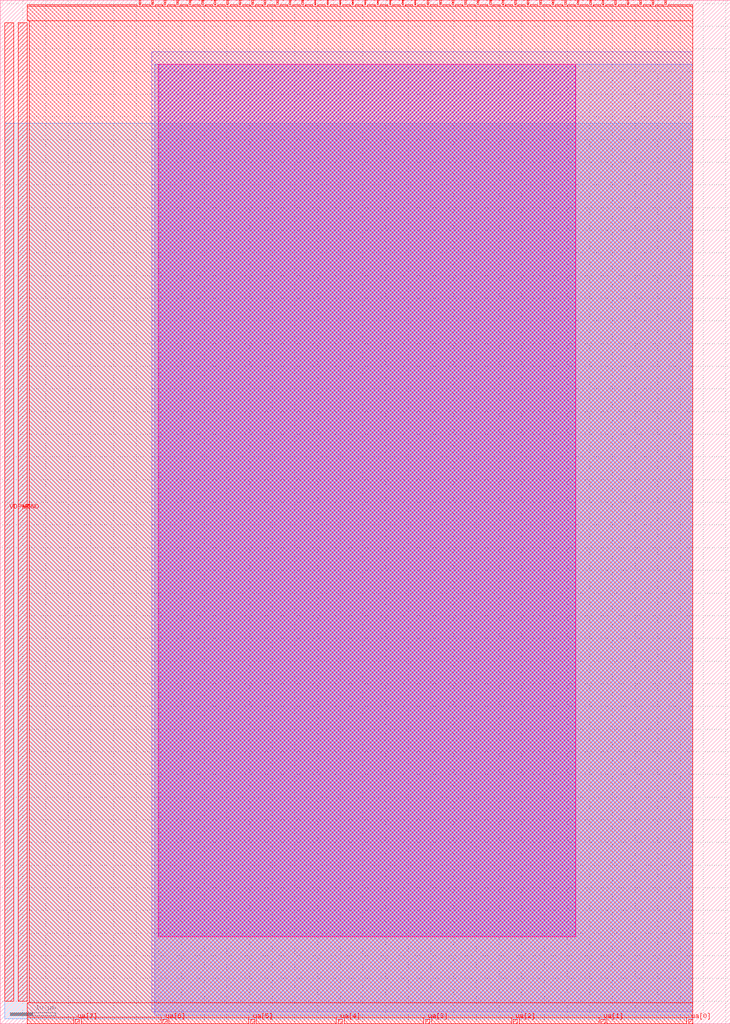
<source format=lef>
VERSION 5.7 ;
  NOWIREEXTENSIONATPIN ON ;
  DIVIDERCHAR "/" ;
  BUSBITCHARS "[]" ;
MACRO tt_um_13hihi31_tdc
  CLASS BLOCK ;
  FOREIGN tt_um_13hihi31_tdc ;
  ORIGIN 0.000 0.000 ;
  SIZE 161.000 BY 225.760 ;
  PIN clk
    DIRECTION INPUT ;
    USE SIGNAL ;
    PORT
      LAYER met4 ;
        RECT 143.830 224.760 144.130 225.760 ;
    END
  END clk
  PIN ena
    DIRECTION INPUT ;
    USE SIGNAL ;
    PORT
      LAYER met4 ;
        RECT 146.590 224.760 146.890 225.760 ;
    END
  END ena
  PIN rst_n
    DIRECTION INPUT ;
    USE SIGNAL ;
    PORT
      LAYER met4 ;
        RECT 141.070 224.760 141.370 225.760 ;
    END
  END rst_n
  PIN ua[0]
    DIRECTION INOUT ;
    USE SIGNAL ;
    ANTENNAGATEAREA 32.700001 ;
    PORT
      LAYER met4 ;
        RECT 151.810 0.000 152.710 1.000 ;
    END
  END ua[0]
  PIN ua[1]
    DIRECTION INOUT ;
    USE SIGNAL ;
    ANTENNADIFFAREA 42.639999 ;
    PORT
      LAYER met4 ;
        RECT 132.490 0.000 133.390 1.000 ;
    END
  END ua[1]
  PIN ua[2]
    DIRECTION INOUT ;
    USE SIGNAL ;
    PORT
      LAYER met4 ;
        RECT 113.170 0.000 114.070 1.000 ;
    END
  END ua[2]
  PIN ua[3]
    DIRECTION INOUT ;
    USE SIGNAL ;
    PORT
      LAYER met4 ;
        RECT 93.850 0.000 94.750 1.000 ;
    END
  END ua[3]
  PIN ua[4]
    DIRECTION INOUT ;
    USE SIGNAL ;
    PORT
      LAYER met4 ;
        RECT 74.530 0.000 75.430 1.000 ;
    END
  END ua[4]
  PIN ua[5]
    DIRECTION INOUT ;
    USE SIGNAL ;
    PORT
      LAYER met4 ;
        RECT 55.210 0.000 56.110 1.000 ;
    END
  END ua[5]
  PIN ua[6]
    DIRECTION INOUT ;
    USE SIGNAL ;
    PORT
      LAYER met4 ;
        RECT 35.890 0.000 36.790 1.000 ;
    END
  END ua[6]
  PIN ua[7]
    DIRECTION INOUT ;
    USE SIGNAL ;
    PORT
      LAYER met4 ;
        RECT 16.570 0.000 17.470 1.000 ;
    END
  END ua[7]
  PIN ui_in[0]
    DIRECTION INPUT ;
    USE SIGNAL ;
    PORT
      LAYER met4 ;
        RECT 138.310 224.760 138.610 225.760 ;
    END
  END ui_in[0]
  PIN ui_in[1]
    DIRECTION INPUT ;
    USE SIGNAL ;
    PORT
      LAYER met4 ;
        RECT 135.550 224.760 135.850 225.760 ;
    END
  END ui_in[1]
  PIN ui_in[2]
    DIRECTION INPUT ;
    USE SIGNAL ;
    PORT
      LAYER met4 ;
        RECT 132.790 224.760 133.090 225.760 ;
    END
  END ui_in[2]
  PIN ui_in[3]
    DIRECTION INPUT ;
    USE SIGNAL ;
    PORT
      LAYER met4 ;
        RECT 130.030 224.760 130.330 225.760 ;
    END
  END ui_in[3]
  PIN ui_in[4]
    DIRECTION INPUT ;
    USE SIGNAL ;
    PORT
      LAYER met4 ;
        RECT 127.270 224.760 127.570 225.760 ;
    END
  END ui_in[4]
  PIN ui_in[5]
    DIRECTION INPUT ;
    USE SIGNAL ;
    PORT
      LAYER met4 ;
        RECT 124.510 224.760 124.810 225.760 ;
    END
  END ui_in[5]
  PIN ui_in[6]
    DIRECTION INPUT ;
    USE SIGNAL ;
    PORT
      LAYER met4 ;
        RECT 121.750 224.760 122.050 225.760 ;
    END
  END ui_in[6]
  PIN ui_in[7]
    DIRECTION INPUT ;
    USE SIGNAL ;
    PORT
      LAYER met4 ;
        RECT 118.990 224.760 119.290 225.760 ;
    END
  END ui_in[7]
  PIN uio_in[0]
    DIRECTION INPUT ;
    USE SIGNAL ;
    PORT
      LAYER met4 ;
        RECT 116.230 224.760 116.530 225.760 ;
    END
  END uio_in[0]
  PIN uio_in[1]
    DIRECTION INPUT ;
    USE SIGNAL ;
    PORT
      LAYER met4 ;
        RECT 113.470 224.760 113.770 225.760 ;
    END
  END uio_in[1]
  PIN uio_in[2]
    DIRECTION INPUT ;
    USE SIGNAL ;
    PORT
      LAYER met4 ;
        RECT 110.710 224.760 111.010 225.760 ;
    END
  END uio_in[2]
  PIN uio_in[3]
    DIRECTION INPUT ;
    USE SIGNAL ;
    PORT
      LAYER met4 ;
        RECT 107.950 224.760 108.250 225.760 ;
    END
  END uio_in[3]
  PIN uio_in[4]
    DIRECTION INPUT ;
    USE SIGNAL ;
    PORT
      LAYER met4 ;
        RECT 105.190 224.760 105.490 225.760 ;
    END
  END uio_in[4]
  PIN uio_in[5]
    DIRECTION INPUT ;
    USE SIGNAL ;
    PORT
      LAYER met4 ;
        RECT 102.430 224.760 102.730 225.760 ;
    END
  END uio_in[5]
  PIN uio_in[6]
    DIRECTION INPUT ;
    USE SIGNAL ;
    PORT
      LAYER met4 ;
        RECT 99.670 224.760 99.970 225.760 ;
    END
  END uio_in[6]
  PIN uio_in[7]
    DIRECTION INPUT ;
    USE SIGNAL ;
    PORT
      LAYER met4 ;
        RECT 96.910 224.760 97.210 225.760 ;
    END
  END uio_in[7]
  PIN uio_oe[0]
    DIRECTION OUTPUT ;
    USE SIGNAL ;
    PORT
      LAYER met4 ;
        RECT 49.990 224.760 50.290 225.760 ;
    END
  END uio_oe[0]
  PIN uio_oe[1]
    DIRECTION OUTPUT ;
    USE SIGNAL ;
    PORT
      LAYER met4 ;
        RECT 47.230 224.760 47.530 225.760 ;
    END
  END uio_oe[1]
  PIN uio_oe[2]
    DIRECTION OUTPUT ;
    USE SIGNAL ;
    PORT
      LAYER met4 ;
        RECT 44.470 224.760 44.770 225.760 ;
    END
  END uio_oe[2]
  PIN uio_oe[3]
    DIRECTION OUTPUT ;
    USE SIGNAL ;
    PORT
      LAYER met4 ;
        RECT 41.710 224.760 42.010 225.760 ;
    END
  END uio_oe[3]
  PIN uio_oe[4]
    DIRECTION OUTPUT ;
    USE SIGNAL ;
    PORT
      LAYER met4 ;
        RECT 38.950 224.760 39.250 225.760 ;
    END
  END uio_oe[4]
  PIN uio_oe[5]
    DIRECTION OUTPUT ;
    USE SIGNAL ;
    PORT
      LAYER met4 ;
        RECT 36.190 224.760 36.490 225.760 ;
    END
  END uio_oe[5]
  PIN uio_oe[6]
    DIRECTION OUTPUT ;
    USE SIGNAL ;
    PORT
      LAYER met4 ;
        RECT 33.430 224.760 33.730 225.760 ;
    END
  END uio_oe[6]
  PIN uio_oe[7]
    DIRECTION OUTPUT ;
    USE SIGNAL ;
    PORT
      LAYER met4 ;
        RECT 30.670 224.760 30.970 225.760 ;
    END
  END uio_oe[7]
  PIN uio_out[0]
    DIRECTION OUTPUT ;
    USE SIGNAL ;
    PORT
      LAYER met4 ;
        RECT 72.070 224.760 72.370 225.760 ;
    END
  END uio_out[0]
  PIN uio_out[1]
    DIRECTION OUTPUT ;
    USE SIGNAL ;
    PORT
      LAYER met4 ;
        RECT 69.310 224.760 69.610 225.760 ;
    END
  END uio_out[1]
  PIN uio_out[2]
    DIRECTION OUTPUT ;
    USE SIGNAL ;
    PORT
      LAYER met4 ;
        RECT 66.550 224.760 66.850 225.760 ;
    END
  END uio_out[2]
  PIN uio_out[3]
    DIRECTION OUTPUT ;
    USE SIGNAL ;
    PORT
      LAYER met4 ;
        RECT 63.790 224.760 64.090 225.760 ;
    END
  END uio_out[3]
  PIN uio_out[4]
    DIRECTION OUTPUT ;
    USE SIGNAL ;
    PORT
      LAYER met4 ;
        RECT 61.030 224.760 61.330 225.760 ;
    END
  END uio_out[4]
  PIN uio_out[5]
    DIRECTION OUTPUT ;
    USE SIGNAL ;
    PORT
      LAYER met4 ;
        RECT 58.270 224.760 58.570 225.760 ;
    END
  END uio_out[5]
  PIN uio_out[6]
    DIRECTION OUTPUT ;
    USE SIGNAL ;
    PORT
      LAYER met4 ;
        RECT 55.510 224.760 55.810 225.760 ;
    END
  END uio_out[6]
  PIN uio_out[7]
    DIRECTION OUTPUT ;
    USE SIGNAL ;
    PORT
      LAYER met4 ;
        RECT 52.750 224.760 53.050 225.760 ;
    END
  END uio_out[7]
  PIN uo_out[0]
    DIRECTION OUTPUT ;
    USE SIGNAL ;
    ANTENNAGATEAREA 0.600000 ;
    ANTENNADIFFAREA 1.160000 ;
    PORT
      LAYER met4 ;
        RECT 94.150 224.760 94.450 225.760 ;
    END
  END uo_out[0]
  PIN uo_out[1]
    DIRECTION OUTPUT ;
    USE SIGNAL ;
    ANTENNAGATEAREA 0.600000 ;
    ANTENNADIFFAREA 1.160000 ;
    PORT
      LAYER met4 ;
        RECT 91.390 224.760 91.690 225.760 ;
    END
  END uo_out[1]
  PIN uo_out[2]
    DIRECTION OUTPUT ;
    USE SIGNAL ;
    ANTENNAGATEAREA 0.600000 ;
    ANTENNADIFFAREA 1.160000 ;
    PORT
      LAYER met4 ;
        RECT 88.630 224.760 88.930 225.760 ;
    END
  END uo_out[2]
  PIN uo_out[3]
    DIRECTION OUTPUT ;
    USE SIGNAL ;
    ANTENNAGATEAREA 0.600000 ;
    ANTENNADIFFAREA 1.160000 ;
    PORT
      LAYER met4 ;
        RECT 85.870 224.760 86.170 225.760 ;
    END
  END uo_out[3]
  PIN uo_out[4]
    DIRECTION OUTPUT ;
    USE SIGNAL ;
    ANTENNAGATEAREA 0.600000 ;
    ANTENNADIFFAREA 1.160000 ;
    PORT
      LAYER met4 ;
        RECT 83.110 224.760 83.410 225.760 ;
    END
  END uo_out[4]
  PIN uo_out[5]
    DIRECTION OUTPUT ;
    USE SIGNAL ;
    ANTENNAGATEAREA 0.600000 ;
    ANTENNADIFFAREA 1.160000 ;
    PORT
      LAYER met4 ;
        RECT 80.350 224.760 80.650 225.760 ;
    END
  END uo_out[5]
  PIN uo_out[6]
    DIRECTION OUTPUT ;
    USE SIGNAL ;
    ANTENNAGATEAREA 0.600000 ;
    ANTENNADIFFAREA 1.160000 ;
    PORT
      LAYER met4 ;
        RECT 77.590 224.760 77.890 225.760 ;
    END
  END uo_out[6]
  PIN uo_out[7]
    DIRECTION OUTPUT ;
    USE SIGNAL ;
    ANTENNAGATEAREA 0.600000 ;
    ANTENNADIFFAREA 1.160000 ;
    PORT
      LAYER met4 ;
        RECT 74.830 224.760 75.130 225.760 ;
    END
  END uo_out[7]
  PIN VDPWR
    DIRECTION INOUT ;
    USE POWER ;
    PORT
      LAYER met4 ;
        RECT 1.000 5.000 3.000 220.760 ;
    END
  END VDPWR
  PIN VGND
    DIRECTION INOUT ;
    USE GROUND ;
    PORT
      LAYER met4 ;
        RECT 4.000 5.000 6.000 220.760 ;
    END
  END VGND
  OBS
      LAYER nwell ;
        RECT 34.860 19.235 126.945 211.650 ;
      LAYER li1 ;
        RECT 35.040 19.410 126.765 211.650 ;
      LAYER met1 ;
        RECT 33.360 2.650 152.700 214.360 ;
      LAYER met2 ;
        RECT 34.110 1.900 152.700 211.650 ;
      LAYER met3 ;
        RECT 1.000 1.150 152.700 198.610 ;
      LAYER met4 ;
        RECT 6.000 224.360 30.270 224.760 ;
        RECT 31.370 224.360 33.030 224.760 ;
        RECT 34.130 224.360 35.790 224.760 ;
        RECT 36.890 224.360 38.550 224.760 ;
        RECT 39.650 224.360 41.310 224.760 ;
        RECT 42.410 224.360 44.070 224.760 ;
        RECT 45.170 224.360 46.830 224.760 ;
        RECT 47.930 224.360 49.590 224.760 ;
        RECT 50.690 224.360 52.350 224.760 ;
        RECT 53.450 224.360 55.110 224.760 ;
        RECT 56.210 224.360 57.870 224.760 ;
        RECT 58.970 224.360 60.630 224.760 ;
        RECT 61.730 224.360 63.390 224.760 ;
        RECT 64.490 224.360 66.150 224.760 ;
        RECT 67.250 224.360 68.910 224.760 ;
        RECT 70.010 224.360 71.670 224.760 ;
        RECT 72.770 224.360 74.430 224.760 ;
        RECT 75.530 224.360 77.190 224.760 ;
        RECT 78.290 224.360 79.950 224.760 ;
        RECT 81.050 224.360 82.710 224.760 ;
        RECT 83.810 224.360 85.470 224.760 ;
        RECT 86.570 224.360 88.230 224.760 ;
        RECT 89.330 224.360 90.990 224.760 ;
        RECT 92.090 224.360 93.750 224.760 ;
        RECT 94.850 224.360 96.510 224.760 ;
        RECT 97.610 224.360 99.270 224.760 ;
        RECT 100.370 224.360 102.030 224.760 ;
        RECT 103.130 224.360 104.790 224.760 ;
        RECT 105.890 224.360 107.550 224.760 ;
        RECT 108.650 224.360 110.310 224.760 ;
        RECT 111.410 224.360 113.070 224.760 ;
        RECT 114.170 224.360 115.830 224.760 ;
        RECT 116.930 224.360 118.590 224.760 ;
        RECT 119.690 224.360 121.350 224.760 ;
        RECT 122.450 224.360 124.110 224.760 ;
        RECT 125.210 224.360 126.870 224.760 ;
        RECT 127.970 224.360 129.630 224.760 ;
        RECT 130.730 224.360 132.390 224.760 ;
        RECT 133.490 224.360 135.150 224.760 ;
        RECT 136.250 224.360 137.910 224.760 ;
        RECT 139.010 224.360 140.670 224.760 ;
        RECT 141.770 224.360 143.430 224.760 ;
        RECT 144.530 224.360 146.190 224.760 ;
        RECT 147.290 224.360 152.730 224.760 ;
        RECT 6.000 221.160 152.730 224.360 ;
        RECT 6.400 4.600 152.730 221.160 ;
        RECT 6.000 1.400 152.730 4.600 ;
        RECT 6.000 0.000 16.170 1.400 ;
        RECT 17.870 0.000 35.490 1.400 ;
        RECT 37.190 0.000 54.810 1.400 ;
        RECT 56.510 0.000 74.130 1.400 ;
        RECT 75.830 0.000 93.450 1.400 ;
        RECT 95.150 0.000 112.770 1.400 ;
        RECT 114.470 0.000 132.090 1.400 ;
        RECT 133.790 0.000 151.410 1.400 ;
  END
END tt_um_13hihi31_tdc
END LIBRARY


</source>
